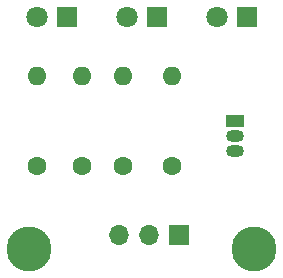
<source format=gbr>
%TF.GenerationSoftware,KiCad,Pcbnew,7.0.1*%
%TF.CreationDate,2023-04-09T02:19:27+02:00*%
%TF.ProjectId,PCB_hello_world,5043425f-6865-46c6-9c6f-5f776f726c64,rev?*%
%TF.SameCoordinates,Original*%
%TF.FileFunction,Soldermask,Bot*%
%TF.FilePolarity,Negative*%
%FSLAX46Y46*%
G04 Gerber Fmt 4.6, Leading zero omitted, Abs format (unit mm)*
G04 Created by KiCad (PCBNEW 7.0.1) date 2023-04-09 02:19:27*
%MOMM*%
%LPD*%
G01*
G04 APERTURE LIST*
%ADD10C,1.600000*%
%ADD11O,1.600000X1.600000*%
%ADD12R,1.800000X1.800000*%
%ADD13C,1.800000*%
%ADD14C,2.600000*%
%ADD15C,3.800000*%
%ADD16R,1.500000X1.050000*%
%ADD17O,1.500000X1.050000*%
%ADD18R,1.700000X1.700000*%
%ADD19O,1.700000X1.700000*%
G04 APERTURE END LIST*
D10*
%TO.C,R4*%
X149860000Y-116205000D03*
D11*
X149860000Y-108585000D03*
%TD*%
D10*
%TO.C,R3*%
X145775000Y-116205000D03*
D11*
X145775000Y-108585000D03*
%TD*%
D10*
%TO.C,R2*%
X142240000Y-116205000D03*
D11*
X142240000Y-108585000D03*
%TD*%
D10*
%TO.C,R1*%
X138430000Y-116205000D03*
D11*
X138430000Y-108585000D03*
%TD*%
D12*
%TO.C,D3*%
X156215000Y-103535000D03*
D13*
X153675000Y-103535000D03*
%TD*%
D14*
%TO.C,H1*%
X137795000Y-123190000D03*
D15*
X137795000Y-123190000D03*
%TD*%
D16*
%TO.C,Q1*%
X155215000Y-112395000D03*
D17*
X155215000Y-113665000D03*
X155215000Y-114935000D03*
%TD*%
D18*
%TO.C,J1*%
X150480000Y-121990000D03*
D19*
X147940000Y-121990000D03*
X145400000Y-121990000D03*
%TD*%
D12*
%TO.C,D1*%
X140975000Y-103535000D03*
D13*
X138435000Y-103535000D03*
%TD*%
D12*
%TO.C,D2*%
X148595000Y-103535000D03*
D13*
X146055000Y-103535000D03*
%TD*%
D14*
%TO.C,H2*%
X156845000Y-123190000D03*
D15*
X156845000Y-123190000D03*
%TD*%
M02*

</source>
